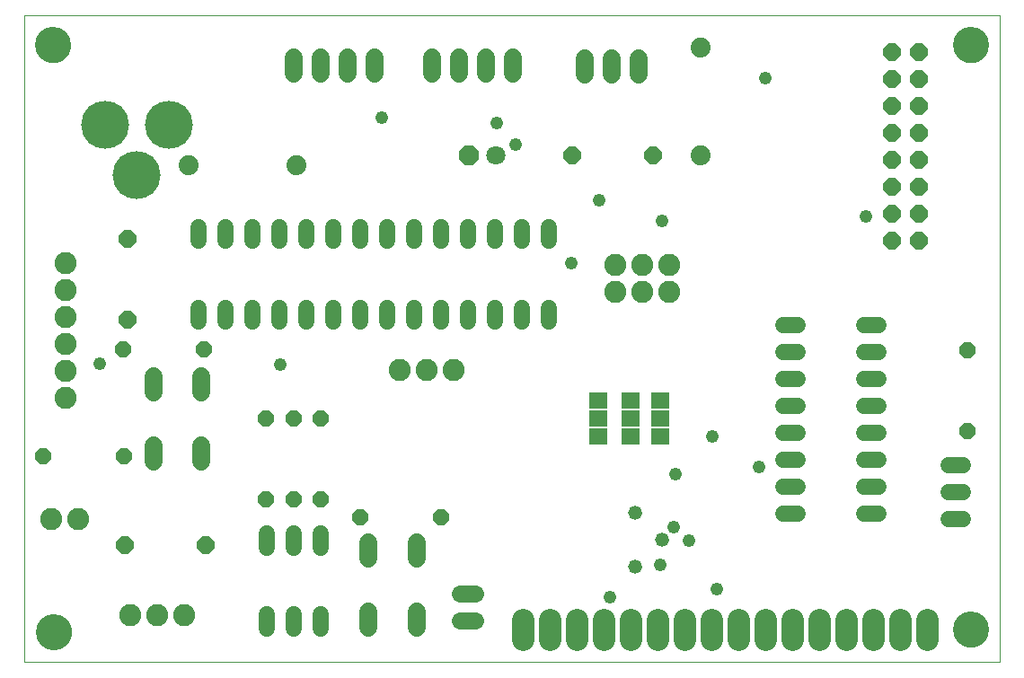
<source format=gts>
G75*
%MOIN*%
%OFA0B0*%
%FSLAX25Y25*%
%IPPOS*%
%LPD*%
%AMOC8*
5,1,8,0,0,1.08239X$1,22.5*
%
%ADD10C,0.00000*%
%ADD11C,0.13398*%
%ADD12OC8,0.06400*%
%ADD13C,0.06000*%
%ADD14C,0.08200*%
%ADD15C,0.06800*%
%ADD16OC8,0.06000*%
%ADD17OC8,0.07100*%
%ADD18C,0.07100*%
%ADD19C,0.06400*%
%ADD20C,0.07400*%
%ADD21C,0.17800*%
%ADD22R,0.06706X0.05918*%
%ADD23C,0.05200*%
%ADD24C,0.08200*%
%ADD25C,0.04800*%
D10*
X0005394Y0001000D02*
X0005394Y0240882D01*
X0367402Y0240882D01*
X0367402Y0001000D01*
X0005394Y0001000D01*
X0010118Y0012142D02*
X0010120Y0012300D01*
X0010126Y0012458D01*
X0010136Y0012616D01*
X0010150Y0012774D01*
X0010168Y0012931D01*
X0010189Y0013088D01*
X0010215Y0013244D01*
X0010245Y0013400D01*
X0010278Y0013555D01*
X0010316Y0013708D01*
X0010357Y0013861D01*
X0010402Y0014013D01*
X0010451Y0014164D01*
X0010504Y0014313D01*
X0010560Y0014461D01*
X0010620Y0014607D01*
X0010684Y0014752D01*
X0010752Y0014895D01*
X0010823Y0015037D01*
X0010897Y0015177D01*
X0010975Y0015314D01*
X0011057Y0015450D01*
X0011141Y0015584D01*
X0011230Y0015715D01*
X0011321Y0015844D01*
X0011416Y0015971D01*
X0011513Y0016096D01*
X0011614Y0016218D01*
X0011718Y0016337D01*
X0011825Y0016454D01*
X0011935Y0016568D01*
X0012048Y0016679D01*
X0012163Y0016788D01*
X0012281Y0016893D01*
X0012402Y0016995D01*
X0012525Y0017095D01*
X0012651Y0017191D01*
X0012779Y0017284D01*
X0012909Y0017374D01*
X0013042Y0017460D01*
X0013177Y0017544D01*
X0013313Y0017623D01*
X0013452Y0017700D01*
X0013593Y0017772D01*
X0013735Y0017842D01*
X0013879Y0017907D01*
X0014025Y0017969D01*
X0014172Y0018027D01*
X0014321Y0018082D01*
X0014471Y0018133D01*
X0014622Y0018180D01*
X0014774Y0018223D01*
X0014927Y0018262D01*
X0015082Y0018298D01*
X0015237Y0018329D01*
X0015393Y0018357D01*
X0015549Y0018381D01*
X0015706Y0018401D01*
X0015864Y0018417D01*
X0016021Y0018429D01*
X0016180Y0018437D01*
X0016338Y0018441D01*
X0016496Y0018441D01*
X0016654Y0018437D01*
X0016813Y0018429D01*
X0016970Y0018417D01*
X0017128Y0018401D01*
X0017285Y0018381D01*
X0017441Y0018357D01*
X0017597Y0018329D01*
X0017752Y0018298D01*
X0017907Y0018262D01*
X0018060Y0018223D01*
X0018212Y0018180D01*
X0018363Y0018133D01*
X0018513Y0018082D01*
X0018662Y0018027D01*
X0018809Y0017969D01*
X0018955Y0017907D01*
X0019099Y0017842D01*
X0019241Y0017772D01*
X0019382Y0017700D01*
X0019521Y0017623D01*
X0019657Y0017544D01*
X0019792Y0017460D01*
X0019925Y0017374D01*
X0020055Y0017284D01*
X0020183Y0017191D01*
X0020309Y0017095D01*
X0020432Y0016995D01*
X0020553Y0016893D01*
X0020671Y0016788D01*
X0020786Y0016679D01*
X0020899Y0016568D01*
X0021009Y0016454D01*
X0021116Y0016337D01*
X0021220Y0016218D01*
X0021321Y0016096D01*
X0021418Y0015971D01*
X0021513Y0015844D01*
X0021604Y0015715D01*
X0021693Y0015584D01*
X0021777Y0015450D01*
X0021859Y0015314D01*
X0021937Y0015177D01*
X0022011Y0015037D01*
X0022082Y0014895D01*
X0022150Y0014752D01*
X0022214Y0014607D01*
X0022274Y0014461D01*
X0022330Y0014313D01*
X0022383Y0014164D01*
X0022432Y0014013D01*
X0022477Y0013861D01*
X0022518Y0013708D01*
X0022556Y0013555D01*
X0022589Y0013400D01*
X0022619Y0013244D01*
X0022645Y0013088D01*
X0022666Y0012931D01*
X0022684Y0012774D01*
X0022698Y0012616D01*
X0022708Y0012458D01*
X0022714Y0012300D01*
X0022716Y0012142D01*
X0022714Y0011984D01*
X0022708Y0011826D01*
X0022698Y0011668D01*
X0022684Y0011510D01*
X0022666Y0011353D01*
X0022645Y0011196D01*
X0022619Y0011040D01*
X0022589Y0010884D01*
X0022556Y0010729D01*
X0022518Y0010576D01*
X0022477Y0010423D01*
X0022432Y0010271D01*
X0022383Y0010120D01*
X0022330Y0009971D01*
X0022274Y0009823D01*
X0022214Y0009677D01*
X0022150Y0009532D01*
X0022082Y0009389D01*
X0022011Y0009247D01*
X0021937Y0009107D01*
X0021859Y0008970D01*
X0021777Y0008834D01*
X0021693Y0008700D01*
X0021604Y0008569D01*
X0021513Y0008440D01*
X0021418Y0008313D01*
X0021321Y0008188D01*
X0021220Y0008066D01*
X0021116Y0007947D01*
X0021009Y0007830D01*
X0020899Y0007716D01*
X0020786Y0007605D01*
X0020671Y0007496D01*
X0020553Y0007391D01*
X0020432Y0007289D01*
X0020309Y0007189D01*
X0020183Y0007093D01*
X0020055Y0007000D01*
X0019925Y0006910D01*
X0019792Y0006824D01*
X0019657Y0006740D01*
X0019521Y0006661D01*
X0019382Y0006584D01*
X0019241Y0006512D01*
X0019099Y0006442D01*
X0018955Y0006377D01*
X0018809Y0006315D01*
X0018662Y0006257D01*
X0018513Y0006202D01*
X0018363Y0006151D01*
X0018212Y0006104D01*
X0018060Y0006061D01*
X0017907Y0006022D01*
X0017752Y0005986D01*
X0017597Y0005955D01*
X0017441Y0005927D01*
X0017285Y0005903D01*
X0017128Y0005883D01*
X0016970Y0005867D01*
X0016813Y0005855D01*
X0016654Y0005847D01*
X0016496Y0005843D01*
X0016338Y0005843D01*
X0016180Y0005847D01*
X0016021Y0005855D01*
X0015864Y0005867D01*
X0015706Y0005883D01*
X0015549Y0005903D01*
X0015393Y0005927D01*
X0015237Y0005955D01*
X0015082Y0005986D01*
X0014927Y0006022D01*
X0014774Y0006061D01*
X0014622Y0006104D01*
X0014471Y0006151D01*
X0014321Y0006202D01*
X0014172Y0006257D01*
X0014025Y0006315D01*
X0013879Y0006377D01*
X0013735Y0006442D01*
X0013593Y0006512D01*
X0013452Y0006584D01*
X0013313Y0006661D01*
X0013177Y0006740D01*
X0013042Y0006824D01*
X0012909Y0006910D01*
X0012779Y0007000D01*
X0012651Y0007093D01*
X0012525Y0007189D01*
X0012402Y0007289D01*
X0012281Y0007391D01*
X0012163Y0007496D01*
X0012048Y0007605D01*
X0011935Y0007716D01*
X0011825Y0007830D01*
X0011718Y0007947D01*
X0011614Y0008066D01*
X0011513Y0008188D01*
X0011416Y0008313D01*
X0011321Y0008440D01*
X0011230Y0008569D01*
X0011141Y0008700D01*
X0011057Y0008834D01*
X0010975Y0008970D01*
X0010897Y0009107D01*
X0010823Y0009247D01*
X0010752Y0009389D01*
X0010684Y0009532D01*
X0010620Y0009677D01*
X0010560Y0009823D01*
X0010504Y0009971D01*
X0010451Y0010120D01*
X0010402Y0010271D01*
X0010357Y0010423D01*
X0010316Y0010576D01*
X0010278Y0010729D01*
X0010245Y0010884D01*
X0010215Y0011040D01*
X0010189Y0011196D01*
X0010168Y0011353D01*
X0010150Y0011510D01*
X0010136Y0011668D01*
X0010126Y0011826D01*
X0010120Y0011984D01*
X0010118Y0012142D01*
X0009725Y0229858D02*
X0009727Y0230016D01*
X0009733Y0230174D01*
X0009743Y0230332D01*
X0009757Y0230490D01*
X0009775Y0230647D01*
X0009796Y0230804D01*
X0009822Y0230960D01*
X0009852Y0231116D01*
X0009885Y0231271D01*
X0009923Y0231424D01*
X0009964Y0231577D01*
X0010009Y0231729D01*
X0010058Y0231880D01*
X0010111Y0232029D01*
X0010167Y0232177D01*
X0010227Y0232323D01*
X0010291Y0232468D01*
X0010359Y0232611D01*
X0010430Y0232753D01*
X0010504Y0232893D01*
X0010582Y0233030D01*
X0010664Y0233166D01*
X0010748Y0233300D01*
X0010837Y0233431D01*
X0010928Y0233560D01*
X0011023Y0233687D01*
X0011120Y0233812D01*
X0011221Y0233934D01*
X0011325Y0234053D01*
X0011432Y0234170D01*
X0011542Y0234284D01*
X0011655Y0234395D01*
X0011770Y0234504D01*
X0011888Y0234609D01*
X0012009Y0234711D01*
X0012132Y0234811D01*
X0012258Y0234907D01*
X0012386Y0235000D01*
X0012516Y0235090D01*
X0012649Y0235176D01*
X0012784Y0235260D01*
X0012920Y0235339D01*
X0013059Y0235416D01*
X0013200Y0235488D01*
X0013342Y0235558D01*
X0013486Y0235623D01*
X0013632Y0235685D01*
X0013779Y0235743D01*
X0013928Y0235798D01*
X0014078Y0235849D01*
X0014229Y0235896D01*
X0014381Y0235939D01*
X0014534Y0235978D01*
X0014689Y0236014D01*
X0014844Y0236045D01*
X0015000Y0236073D01*
X0015156Y0236097D01*
X0015313Y0236117D01*
X0015471Y0236133D01*
X0015628Y0236145D01*
X0015787Y0236153D01*
X0015945Y0236157D01*
X0016103Y0236157D01*
X0016261Y0236153D01*
X0016420Y0236145D01*
X0016577Y0236133D01*
X0016735Y0236117D01*
X0016892Y0236097D01*
X0017048Y0236073D01*
X0017204Y0236045D01*
X0017359Y0236014D01*
X0017514Y0235978D01*
X0017667Y0235939D01*
X0017819Y0235896D01*
X0017970Y0235849D01*
X0018120Y0235798D01*
X0018269Y0235743D01*
X0018416Y0235685D01*
X0018562Y0235623D01*
X0018706Y0235558D01*
X0018848Y0235488D01*
X0018989Y0235416D01*
X0019128Y0235339D01*
X0019264Y0235260D01*
X0019399Y0235176D01*
X0019532Y0235090D01*
X0019662Y0235000D01*
X0019790Y0234907D01*
X0019916Y0234811D01*
X0020039Y0234711D01*
X0020160Y0234609D01*
X0020278Y0234504D01*
X0020393Y0234395D01*
X0020506Y0234284D01*
X0020616Y0234170D01*
X0020723Y0234053D01*
X0020827Y0233934D01*
X0020928Y0233812D01*
X0021025Y0233687D01*
X0021120Y0233560D01*
X0021211Y0233431D01*
X0021300Y0233300D01*
X0021384Y0233166D01*
X0021466Y0233030D01*
X0021544Y0232893D01*
X0021618Y0232753D01*
X0021689Y0232611D01*
X0021757Y0232468D01*
X0021821Y0232323D01*
X0021881Y0232177D01*
X0021937Y0232029D01*
X0021990Y0231880D01*
X0022039Y0231729D01*
X0022084Y0231577D01*
X0022125Y0231424D01*
X0022163Y0231271D01*
X0022196Y0231116D01*
X0022226Y0230960D01*
X0022252Y0230804D01*
X0022273Y0230647D01*
X0022291Y0230490D01*
X0022305Y0230332D01*
X0022315Y0230174D01*
X0022321Y0230016D01*
X0022323Y0229858D01*
X0022321Y0229700D01*
X0022315Y0229542D01*
X0022305Y0229384D01*
X0022291Y0229226D01*
X0022273Y0229069D01*
X0022252Y0228912D01*
X0022226Y0228756D01*
X0022196Y0228600D01*
X0022163Y0228445D01*
X0022125Y0228292D01*
X0022084Y0228139D01*
X0022039Y0227987D01*
X0021990Y0227836D01*
X0021937Y0227687D01*
X0021881Y0227539D01*
X0021821Y0227393D01*
X0021757Y0227248D01*
X0021689Y0227105D01*
X0021618Y0226963D01*
X0021544Y0226823D01*
X0021466Y0226686D01*
X0021384Y0226550D01*
X0021300Y0226416D01*
X0021211Y0226285D01*
X0021120Y0226156D01*
X0021025Y0226029D01*
X0020928Y0225904D01*
X0020827Y0225782D01*
X0020723Y0225663D01*
X0020616Y0225546D01*
X0020506Y0225432D01*
X0020393Y0225321D01*
X0020278Y0225212D01*
X0020160Y0225107D01*
X0020039Y0225005D01*
X0019916Y0224905D01*
X0019790Y0224809D01*
X0019662Y0224716D01*
X0019532Y0224626D01*
X0019399Y0224540D01*
X0019264Y0224456D01*
X0019128Y0224377D01*
X0018989Y0224300D01*
X0018848Y0224228D01*
X0018706Y0224158D01*
X0018562Y0224093D01*
X0018416Y0224031D01*
X0018269Y0223973D01*
X0018120Y0223918D01*
X0017970Y0223867D01*
X0017819Y0223820D01*
X0017667Y0223777D01*
X0017514Y0223738D01*
X0017359Y0223702D01*
X0017204Y0223671D01*
X0017048Y0223643D01*
X0016892Y0223619D01*
X0016735Y0223599D01*
X0016577Y0223583D01*
X0016420Y0223571D01*
X0016261Y0223563D01*
X0016103Y0223559D01*
X0015945Y0223559D01*
X0015787Y0223563D01*
X0015628Y0223571D01*
X0015471Y0223583D01*
X0015313Y0223599D01*
X0015156Y0223619D01*
X0015000Y0223643D01*
X0014844Y0223671D01*
X0014689Y0223702D01*
X0014534Y0223738D01*
X0014381Y0223777D01*
X0014229Y0223820D01*
X0014078Y0223867D01*
X0013928Y0223918D01*
X0013779Y0223973D01*
X0013632Y0224031D01*
X0013486Y0224093D01*
X0013342Y0224158D01*
X0013200Y0224228D01*
X0013059Y0224300D01*
X0012920Y0224377D01*
X0012784Y0224456D01*
X0012649Y0224540D01*
X0012516Y0224626D01*
X0012386Y0224716D01*
X0012258Y0224809D01*
X0012132Y0224905D01*
X0012009Y0225005D01*
X0011888Y0225107D01*
X0011770Y0225212D01*
X0011655Y0225321D01*
X0011542Y0225432D01*
X0011432Y0225546D01*
X0011325Y0225663D01*
X0011221Y0225782D01*
X0011120Y0225904D01*
X0011023Y0226029D01*
X0010928Y0226156D01*
X0010837Y0226285D01*
X0010748Y0226416D01*
X0010664Y0226550D01*
X0010582Y0226686D01*
X0010504Y0226823D01*
X0010430Y0226963D01*
X0010359Y0227105D01*
X0010291Y0227248D01*
X0010227Y0227393D01*
X0010167Y0227539D01*
X0010111Y0227687D01*
X0010058Y0227836D01*
X0010009Y0227987D01*
X0009964Y0228139D01*
X0009923Y0228292D01*
X0009885Y0228445D01*
X0009852Y0228600D01*
X0009822Y0228756D01*
X0009796Y0228912D01*
X0009775Y0229069D01*
X0009757Y0229226D01*
X0009743Y0229384D01*
X0009733Y0229542D01*
X0009727Y0229700D01*
X0009725Y0229858D01*
X0350276Y0229858D02*
X0350278Y0230016D01*
X0350284Y0230174D01*
X0350294Y0230332D01*
X0350308Y0230490D01*
X0350326Y0230647D01*
X0350347Y0230804D01*
X0350373Y0230960D01*
X0350403Y0231116D01*
X0350436Y0231271D01*
X0350474Y0231424D01*
X0350515Y0231577D01*
X0350560Y0231729D01*
X0350609Y0231880D01*
X0350662Y0232029D01*
X0350718Y0232177D01*
X0350778Y0232323D01*
X0350842Y0232468D01*
X0350910Y0232611D01*
X0350981Y0232753D01*
X0351055Y0232893D01*
X0351133Y0233030D01*
X0351215Y0233166D01*
X0351299Y0233300D01*
X0351388Y0233431D01*
X0351479Y0233560D01*
X0351574Y0233687D01*
X0351671Y0233812D01*
X0351772Y0233934D01*
X0351876Y0234053D01*
X0351983Y0234170D01*
X0352093Y0234284D01*
X0352206Y0234395D01*
X0352321Y0234504D01*
X0352439Y0234609D01*
X0352560Y0234711D01*
X0352683Y0234811D01*
X0352809Y0234907D01*
X0352937Y0235000D01*
X0353067Y0235090D01*
X0353200Y0235176D01*
X0353335Y0235260D01*
X0353471Y0235339D01*
X0353610Y0235416D01*
X0353751Y0235488D01*
X0353893Y0235558D01*
X0354037Y0235623D01*
X0354183Y0235685D01*
X0354330Y0235743D01*
X0354479Y0235798D01*
X0354629Y0235849D01*
X0354780Y0235896D01*
X0354932Y0235939D01*
X0355085Y0235978D01*
X0355240Y0236014D01*
X0355395Y0236045D01*
X0355551Y0236073D01*
X0355707Y0236097D01*
X0355864Y0236117D01*
X0356022Y0236133D01*
X0356179Y0236145D01*
X0356338Y0236153D01*
X0356496Y0236157D01*
X0356654Y0236157D01*
X0356812Y0236153D01*
X0356971Y0236145D01*
X0357128Y0236133D01*
X0357286Y0236117D01*
X0357443Y0236097D01*
X0357599Y0236073D01*
X0357755Y0236045D01*
X0357910Y0236014D01*
X0358065Y0235978D01*
X0358218Y0235939D01*
X0358370Y0235896D01*
X0358521Y0235849D01*
X0358671Y0235798D01*
X0358820Y0235743D01*
X0358967Y0235685D01*
X0359113Y0235623D01*
X0359257Y0235558D01*
X0359399Y0235488D01*
X0359540Y0235416D01*
X0359679Y0235339D01*
X0359815Y0235260D01*
X0359950Y0235176D01*
X0360083Y0235090D01*
X0360213Y0235000D01*
X0360341Y0234907D01*
X0360467Y0234811D01*
X0360590Y0234711D01*
X0360711Y0234609D01*
X0360829Y0234504D01*
X0360944Y0234395D01*
X0361057Y0234284D01*
X0361167Y0234170D01*
X0361274Y0234053D01*
X0361378Y0233934D01*
X0361479Y0233812D01*
X0361576Y0233687D01*
X0361671Y0233560D01*
X0361762Y0233431D01*
X0361851Y0233300D01*
X0361935Y0233166D01*
X0362017Y0233030D01*
X0362095Y0232893D01*
X0362169Y0232753D01*
X0362240Y0232611D01*
X0362308Y0232468D01*
X0362372Y0232323D01*
X0362432Y0232177D01*
X0362488Y0232029D01*
X0362541Y0231880D01*
X0362590Y0231729D01*
X0362635Y0231577D01*
X0362676Y0231424D01*
X0362714Y0231271D01*
X0362747Y0231116D01*
X0362777Y0230960D01*
X0362803Y0230804D01*
X0362824Y0230647D01*
X0362842Y0230490D01*
X0362856Y0230332D01*
X0362866Y0230174D01*
X0362872Y0230016D01*
X0362874Y0229858D01*
X0362872Y0229700D01*
X0362866Y0229542D01*
X0362856Y0229384D01*
X0362842Y0229226D01*
X0362824Y0229069D01*
X0362803Y0228912D01*
X0362777Y0228756D01*
X0362747Y0228600D01*
X0362714Y0228445D01*
X0362676Y0228292D01*
X0362635Y0228139D01*
X0362590Y0227987D01*
X0362541Y0227836D01*
X0362488Y0227687D01*
X0362432Y0227539D01*
X0362372Y0227393D01*
X0362308Y0227248D01*
X0362240Y0227105D01*
X0362169Y0226963D01*
X0362095Y0226823D01*
X0362017Y0226686D01*
X0361935Y0226550D01*
X0361851Y0226416D01*
X0361762Y0226285D01*
X0361671Y0226156D01*
X0361576Y0226029D01*
X0361479Y0225904D01*
X0361378Y0225782D01*
X0361274Y0225663D01*
X0361167Y0225546D01*
X0361057Y0225432D01*
X0360944Y0225321D01*
X0360829Y0225212D01*
X0360711Y0225107D01*
X0360590Y0225005D01*
X0360467Y0224905D01*
X0360341Y0224809D01*
X0360213Y0224716D01*
X0360083Y0224626D01*
X0359950Y0224540D01*
X0359815Y0224456D01*
X0359679Y0224377D01*
X0359540Y0224300D01*
X0359399Y0224228D01*
X0359257Y0224158D01*
X0359113Y0224093D01*
X0358967Y0224031D01*
X0358820Y0223973D01*
X0358671Y0223918D01*
X0358521Y0223867D01*
X0358370Y0223820D01*
X0358218Y0223777D01*
X0358065Y0223738D01*
X0357910Y0223702D01*
X0357755Y0223671D01*
X0357599Y0223643D01*
X0357443Y0223619D01*
X0357286Y0223599D01*
X0357128Y0223583D01*
X0356971Y0223571D01*
X0356812Y0223563D01*
X0356654Y0223559D01*
X0356496Y0223559D01*
X0356338Y0223563D01*
X0356179Y0223571D01*
X0356022Y0223583D01*
X0355864Y0223599D01*
X0355707Y0223619D01*
X0355551Y0223643D01*
X0355395Y0223671D01*
X0355240Y0223702D01*
X0355085Y0223738D01*
X0354932Y0223777D01*
X0354780Y0223820D01*
X0354629Y0223867D01*
X0354479Y0223918D01*
X0354330Y0223973D01*
X0354183Y0224031D01*
X0354037Y0224093D01*
X0353893Y0224158D01*
X0353751Y0224228D01*
X0353610Y0224300D01*
X0353471Y0224377D01*
X0353335Y0224456D01*
X0353200Y0224540D01*
X0353067Y0224626D01*
X0352937Y0224716D01*
X0352809Y0224809D01*
X0352683Y0224905D01*
X0352560Y0225005D01*
X0352439Y0225107D01*
X0352321Y0225212D01*
X0352206Y0225321D01*
X0352093Y0225432D01*
X0351983Y0225546D01*
X0351876Y0225663D01*
X0351772Y0225782D01*
X0351671Y0225904D01*
X0351574Y0226029D01*
X0351479Y0226156D01*
X0351388Y0226285D01*
X0351299Y0226416D01*
X0351215Y0226550D01*
X0351133Y0226686D01*
X0351055Y0226823D01*
X0350981Y0226963D01*
X0350910Y0227105D01*
X0350842Y0227248D01*
X0350778Y0227393D01*
X0350718Y0227539D01*
X0350662Y0227687D01*
X0350609Y0227836D01*
X0350560Y0227987D01*
X0350515Y0228139D01*
X0350474Y0228292D01*
X0350436Y0228445D01*
X0350403Y0228600D01*
X0350373Y0228756D01*
X0350347Y0228912D01*
X0350326Y0229069D01*
X0350308Y0229226D01*
X0350294Y0229384D01*
X0350284Y0229542D01*
X0350278Y0229700D01*
X0350276Y0229858D01*
X0350276Y0012929D02*
X0350278Y0013087D01*
X0350284Y0013245D01*
X0350294Y0013403D01*
X0350308Y0013561D01*
X0350326Y0013718D01*
X0350347Y0013875D01*
X0350373Y0014031D01*
X0350403Y0014187D01*
X0350436Y0014342D01*
X0350474Y0014495D01*
X0350515Y0014648D01*
X0350560Y0014800D01*
X0350609Y0014951D01*
X0350662Y0015100D01*
X0350718Y0015248D01*
X0350778Y0015394D01*
X0350842Y0015539D01*
X0350910Y0015682D01*
X0350981Y0015824D01*
X0351055Y0015964D01*
X0351133Y0016101D01*
X0351215Y0016237D01*
X0351299Y0016371D01*
X0351388Y0016502D01*
X0351479Y0016631D01*
X0351574Y0016758D01*
X0351671Y0016883D01*
X0351772Y0017005D01*
X0351876Y0017124D01*
X0351983Y0017241D01*
X0352093Y0017355D01*
X0352206Y0017466D01*
X0352321Y0017575D01*
X0352439Y0017680D01*
X0352560Y0017782D01*
X0352683Y0017882D01*
X0352809Y0017978D01*
X0352937Y0018071D01*
X0353067Y0018161D01*
X0353200Y0018247D01*
X0353335Y0018331D01*
X0353471Y0018410D01*
X0353610Y0018487D01*
X0353751Y0018559D01*
X0353893Y0018629D01*
X0354037Y0018694D01*
X0354183Y0018756D01*
X0354330Y0018814D01*
X0354479Y0018869D01*
X0354629Y0018920D01*
X0354780Y0018967D01*
X0354932Y0019010D01*
X0355085Y0019049D01*
X0355240Y0019085D01*
X0355395Y0019116D01*
X0355551Y0019144D01*
X0355707Y0019168D01*
X0355864Y0019188D01*
X0356022Y0019204D01*
X0356179Y0019216D01*
X0356338Y0019224D01*
X0356496Y0019228D01*
X0356654Y0019228D01*
X0356812Y0019224D01*
X0356971Y0019216D01*
X0357128Y0019204D01*
X0357286Y0019188D01*
X0357443Y0019168D01*
X0357599Y0019144D01*
X0357755Y0019116D01*
X0357910Y0019085D01*
X0358065Y0019049D01*
X0358218Y0019010D01*
X0358370Y0018967D01*
X0358521Y0018920D01*
X0358671Y0018869D01*
X0358820Y0018814D01*
X0358967Y0018756D01*
X0359113Y0018694D01*
X0359257Y0018629D01*
X0359399Y0018559D01*
X0359540Y0018487D01*
X0359679Y0018410D01*
X0359815Y0018331D01*
X0359950Y0018247D01*
X0360083Y0018161D01*
X0360213Y0018071D01*
X0360341Y0017978D01*
X0360467Y0017882D01*
X0360590Y0017782D01*
X0360711Y0017680D01*
X0360829Y0017575D01*
X0360944Y0017466D01*
X0361057Y0017355D01*
X0361167Y0017241D01*
X0361274Y0017124D01*
X0361378Y0017005D01*
X0361479Y0016883D01*
X0361576Y0016758D01*
X0361671Y0016631D01*
X0361762Y0016502D01*
X0361851Y0016371D01*
X0361935Y0016237D01*
X0362017Y0016101D01*
X0362095Y0015964D01*
X0362169Y0015824D01*
X0362240Y0015682D01*
X0362308Y0015539D01*
X0362372Y0015394D01*
X0362432Y0015248D01*
X0362488Y0015100D01*
X0362541Y0014951D01*
X0362590Y0014800D01*
X0362635Y0014648D01*
X0362676Y0014495D01*
X0362714Y0014342D01*
X0362747Y0014187D01*
X0362777Y0014031D01*
X0362803Y0013875D01*
X0362824Y0013718D01*
X0362842Y0013561D01*
X0362856Y0013403D01*
X0362866Y0013245D01*
X0362872Y0013087D01*
X0362874Y0012929D01*
X0362872Y0012771D01*
X0362866Y0012613D01*
X0362856Y0012455D01*
X0362842Y0012297D01*
X0362824Y0012140D01*
X0362803Y0011983D01*
X0362777Y0011827D01*
X0362747Y0011671D01*
X0362714Y0011516D01*
X0362676Y0011363D01*
X0362635Y0011210D01*
X0362590Y0011058D01*
X0362541Y0010907D01*
X0362488Y0010758D01*
X0362432Y0010610D01*
X0362372Y0010464D01*
X0362308Y0010319D01*
X0362240Y0010176D01*
X0362169Y0010034D01*
X0362095Y0009894D01*
X0362017Y0009757D01*
X0361935Y0009621D01*
X0361851Y0009487D01*
X0361762Y0009356D01*
X0361671Y0009227D01*
X0361576Y0009100D01*
X0361479Y0008975D01*
X0361378Y0008853D01*
X0361274Y0008734D01*
X0361167Y0008617D01*
X0361057Y0008503D01*
X0360944Y0008392D01*
X0360829Y0008283D01*
X0360711Y0008178D01*
X0360590Y0008076D01*
X0360467Y0007976D01*
X0360341Y0007880D01*
X0360213Y0007787D01*
X0360083Y0007697D01*
X0359950Y0007611D01*
X0359815Y0007527D01*
X0359679Y0007448D01*
X0359540Y0007371D01*
X0359399Y0007299D01*
X0359257Y0007229D01*
X0359113Y0007164D01*
X0358967Y0007102D01*
X0358820Y0007044D01*
X0358671Y0006989D01*
X0358521Y0006938D01*
X0358370Y0006891D01*
X0358218Y0006848D01*
X0358065Y0006809D01*
X0357910Y0006773D01*
X0357755Y0006742D01*
X0357599Y0006714D01*
X0357443Y0006690D01*
X0357286Y0006670D01*
X0357128Y0006654D01*
X0356971Y0006642D01*
X0356812Y0006634D01*
X0356654Y0006630D01*
X0356496Y0006630D01*
X0356338Y0006634D01*
X0356179Y0006642D01*
X0356022Y0006654D01*
X0355864Y0006670D01*
X0355707Y0006690D01*
X0355551Y0006714D01*
X0355395Y0006742D01*
X0355240Y0006773D01*
X0355085Y0006809D01*
X0354932Y0006848D01*
X0354780Y0006891D01*
X0354629Y0006938D01*
X0354479Y0006989D01*
X0354330Y0007044D01*
X0354183Y0007102D01*
X0354037Y0007164D01*
X0353893Y0007229D01*
X0353751Y0007299D01*
X0353610Y0007371D01*
X0353471Y0007448D01*
X0353335Y0007527D01*
X0353200Y0007611D01*
X0353067Y0007697D01*
X0352937Y0007787D01*
X0352809Y0007880D01*
X0352683Y0007976D01*
X0352560Y0008076D01*
X0352439Y0008178D01*
X0352321Y0008283D01*
X0352206Y0008392D01*
X0352093Y0008503D01*
X0351983Y0008617D01*
X0351876Y0008734D01*
X0351772Y0008853D01*
X0351671Y0008975D01*
X0351574Y0009100D01*
X0351479Y0009227D01*
X0351388Y0009356D01*
X0351299Y0009487D01*
X0351215Y0009621D01*
X0351133Y0009757D01*
X0351055Y0009894D01*
X0350981Y0010034D01*
X0350910Y0010176D01*
X0350842Y0010319D01*
X0350778Y0010464D01*
X0350718Y0010610D01*
X0350662Y0010758D01*
X0350609Y0010907D01*
X0350560Y0011058D01*
X0350515Y0011210D01*
X0350474Y0011363D01*
X0350436Y0011516D01*
X0350403Y0011671D01*
X0350373Y0011827D01*
X0350347Y0011983D01*
X0350326Y0012140D01*
X0350308Y0012297D01*
X0350294Y0012455D01*
X0350284Y0012613D01*
X0350278Y0012771D01*
X0350276Y0012929D01*
D11*
X0356575Y0012929D03*
X0356575Y0229858D03*
X0016024Y0229858D03*
X0016417Y0012142D03*
D12*
X0042756Y0044425D03*
X0072756Y0044425D03*
X0043583Y0127850D03*
X0043583Y0157850D03*
X0208780Y0188992D03*
X0238780Y0188992D03*
X0327480Y0187181D03*
X0337480Y0187181D03*
X0337480Y0197181D03*
X0327480Y0197181D03*
X0327480Y0207181D03*
X0337480Y0207181D03*
X0337480Y0217181D03*
X0327480Y0217181D03*
X0327480Y0227181D03*
X0337480Y0227181D03*
X0337480Y0177181D03*
X0327480Y0177181D03*
X0327480Y0167181D03*
X0337480Y0167181D03*
X0337480Y0157181D03*
X0327480Y0157181D03*
D13*
X0322206Y0125882D02*
X0317006Y0125882D01*
X0317006Y0115882D02*
X0322206Y0115882D01*
X0322206Y0105882D02*
X0317006Y0105882D01*
X0317006Y0095882D02*
X0322206Y0095882D01*
X0322206Y0085882D02*
X0317006Y0085882D01*
X0317006Y0075882D02*
X0322206Y0075882D01*
X0322206Y0065882D02*
X0317006Y0065882D01*
X0317006Y0055882D02*
X0322206Y0055882D01*
X0348345Y0054110D02*
X0353545Y0054110D01*
X0353545Y0064110D02*
X0348345Y0064110D01*
X0348345Y0074110D02*
X0353545Y0074110D01*
X0292206Y0075882D02*
X0287006Y0075882D01*
X0287006Y0085882D02*
X0292206Y0085882D01*
X0292206Y0095882D02*
X0287006Y0095882D01*
X0287006Y0105882D02*
X0292206Y0105882D01*
X0292206Y0115882D02*
X0287006Y0115882D01*
X0287006Y0125882D02*
X0292206Y0125882D01*
X0292206Y0065882D02*
X0287006Y0065882D01*
X0287006Y0055882D02*
X0292206Y0055882D01*
X0199921Y0127219D02*
X0199921Y0132419D01*
X0189921Y0132419D02*
X0189921Y0127219D01*
X0179921Y0127219D02*
X0179921Y0132419D01*
X0169921Y0132419D02*
X0169921Y0127219D01*
X0159921Y0127219D02*
X0159921Y0132419D01*
X0149921Y0132419D02*
X0149921Y0127219D01*
X0139921Y0127219D02*
X0139921Y0132419D01*
X0129921Y0132419D02*
X0129921Y0127219D01*
X0119921Y0127219D02*
X0119921Y0132419D01*
X0109921Y0132419D02*
X0109921Y0127219D01*
X0099921Y0127219D02*
X0099921Y0132419D01*
X0089921Y0132419D02*
X0089921Y0127219D01*
X0079921Y0127219D02*
X0079921Y0132419D01*
X0069921Y0132419D02*
X0069921Y0127219D01*
X0069921Y0157219D02*
X0069921Y0162419D01*
X0079921Y0162419D02*
X0079921Y0157219D01*
X0089921Y0157219D02*
X0089921Y0162419D01*
X0099921Y0162419D02*
X0099921Y0157219D01*
X0109921Y0157219D02*
X0109921Y0162419D01*
X0119921Y0162419D02*
X0119921Y0157219D01*
X0129921Y0157219D02*
X0129921Y0162419D01*
X0139921Y0162419D02*
X0139921Y0157219D01*
X0149921Y0157219D02*
X0149921Y0162419D01*
X0159921Y0162419D02*
X0159921Y0157219D01*
X0169921Y0157219D02*
X0169921Y0162419D01*
X0179921Y0162419D02*
X0179921Y0157219D01*
X0189921Y0157219D02*
X0189921Y0162419D01*
X0199921Y0162419D02*
X0199921Y0157219D01*
X0115394Y0048639D02*
X0115394Y0043439D01*
X0105394Y0043439D02*
X0105394Y0048639D01*
X0095394Y0048639D02*
X0095394Y0043439D01*
X0095394Y0018639D02*
X0095394Y0013439D01*
X0105394Y0013439D02*
X0105394Y0018639D01*
X0115394Y0018639D02*
X0115394Y0013439D01*
D14*
X0064606Y0018441D03*
X0054606Y0018441D03*
X0044606Y0018441D03*
X0025354Y0053874D03*
X0015354Y0053874D03*
X0020748Y0098953D03*
X0020748Y0108953D03*
X0020748Y0118953D03*
X0020748Y0128953D03*
X0020748Y0138953D03*
X0020748Y0148953D03*
X0144606Y0109386D03*
X0154606Y0109386D03*
X0164606Y0109386D03*
X0224528Y0138244D03*
X0234528Y0138244D03*
X0244528Y0138244D03*
X0244528Y0148244D03*
X0234528Y0148244D03*
X0224528Y0148244D03*
D15*
X0223504Y0218984D02*
X0223504Y0224984D01*
X0233504Y0224984D02*
X0233504Y0218984D01*
X0213504Y0218984D02*
X0213504Y0224984D01*
X0186535Y0225378D02*
X0186535Y0219378D01*
X0176535Y0219378D02*
X0176535Y0225378D01*
X0166535Y0225378D02*
X0166535Y0219378D01*
X0156535Y0219378D02*
X0156535Y0225378D01*
X0135354Y0225378D02*
X0135354Y0219378D01*
X0125354Y0219378D02*
X0125354Y0225378D01*
X0115354Y0225378D02*
X0115354Y0219378D01*
X0105354Y0219378D02*
X0105354Y0225378D01*
X0070987Y0107076D02*
X0070987Y0101076D01*
X0053187Y0101076D02*
X0053187Y0107076D01*
X0053187Y0081476D02*
X0053187Y0075476D01*
X0070987Y0075476D02*
X0070987Y0081476D01*
X0133108Y0045265D02*
X0133108Y0039265D01*
X0150908Y0039265D02*
X0150908Y0045265D01*
X0150908Y0019665D02*
X0150908Y0013665D01*
X0133108Y0013665D02*
X0133108Y0019665D01*
D16*
X0130157Y0054661D03*
X0115236Y0061315D03*
X0105394Y0061315D03*
X0095157Y0061315D03*
X0095157Y0091315D03*
X0105394Y0091315D03*
X0115236Y0091315D03*
X0071969Y0116866D03*
X0041969Y0116866D03*
X0042441Y0077496D03*
X0012441Y0077496D03*
X0160157Y0054661D03*
X0355394Y0086512D03*
X0355394Y0116512D03*
D17*
X0170472Y0188913D03*
D18*
X0180472Y0188913D03*
D19*
X0172761Y0026197D02*
X0167161Y0026197D01*
X0167161Y0016197D02*
X0172761Y0016197D01*
D20*
X0106496Y0185370D03*
X0066496Y0185370D03*
X0256181Y0188992D03*
X0256181Y0228992D03*
D21*
X0058937Y0200331D03*
X0035315Y0200331D03*
X0047126Y0181827D03*
D22*
X0218386Y0097969D03*
X0218386Y0091276D03*
X0218386Y0084583D03*
X0230197Y0084583D03*
X0230197Y0091276D03*
X0230197Y0097969D03*
X0241220Y0097969D03*
X0241220Y0091276D03*
X0241220Y0084583D03*
D23*
X0232165Y0056394D03*
X0242165Y0046394D03*
X0232165Y0036394D03*
D24*
X0230433Y0016629D02*
X0230433Y0009229D01*
X0220433Y0009229D02*
X0220433Y0016629D01*
X0210433Y0016629D02*
X0210433Y0009229D01*
X0200433Y0009229D02*
X0200433Y0016629D01*
X0190433Y0016629D02*
X0190433Y0009229D01*
X0240433Y0009229D02*
X0240433Y0016629D01*
X0250433Y0016629D02*
X0250433Y0009229D01*
X0260433Y0009229D02*
X0260433Y0016629D01*
X0270433Y0016629D02*
X0270433Y0009229D01*
X0280433Y0009229D02*
X0280433Y0016629D01*
X0290433Y0016629D02*
X0290433Y0009229D01*
X0300433Y0009229D02*
X0300433Y0016629D01*
X0310433Y0016629D02*
X0310433Y0009229D01*
X0320433Y0009229D02*
X0320433Y0016629D01*
X0330433Y0016629D02*
X0330433Y0009229D01*
X0340433Y0009229D02*
X0340433Y0016629D01*
D25*
X0262480Y0027890D03*
X0241220Y0036945D03*
X0251850Y0046000D03*
X0246219Y0051106D03*
X0247126Y0070803D03*
X0260619Y0084706D03*
X0278019Y0073306D03*
X0222717Y0025134D03*
X0100276Y0111354D03*
X0033346Y0111748D03*
X0138071Y0203087D03*
X0180819Y0201106D03*
X0187677Y0192850D03*
X0218780Y0172378D03*
X0242008Y0164504D03*
X0208419Y0148906D03*
X0280197Y0217654D03*
X0317598Y0166472D03*
M02*

</source>
